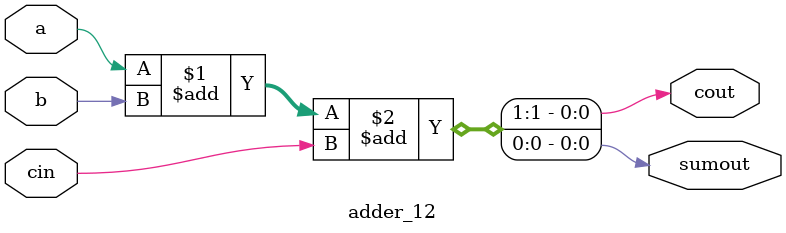
<source format=v>
module adder_12 #(
    parameter WIDTH = 1   
) (
    input [WIDTH-1:0] a, 
    input [WIDTH-1:0] b, 
    input cin, 
    output cout, 
    output [WIDTH-1:0] sumout);
   assign {cout, sumout} = a + b + cin;
endmodule
</source>
